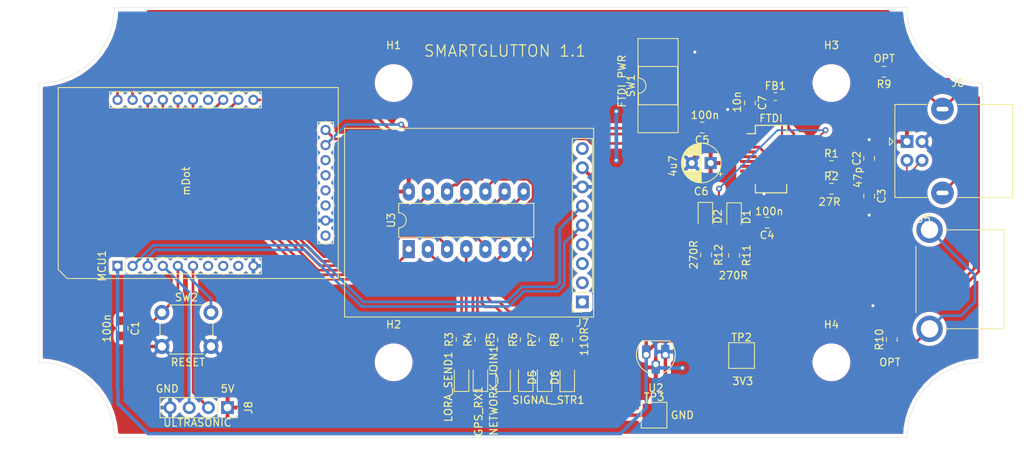
<source format=kicad_pcb>
(kicad_pcb (version 20171130) (host pcbnew "(5.1.0)-1")
  (title_block (title "SmartGlutton mDot breakout PCB") (date 2019-07-09) (rev 1.0))
  (layers (0 F.Cu signal) (31 B.Cu signal) (34 B.Paste user) (35 F.Paste user) (36 B.SilkS user) (37 F.SilkS user) (38 B.Mask user) (39 F.Mask user) (44 Edge.Cuts user))
  (net 0 "")
  (net 1 GND)
  (net 2 NRST)
  (net 3 D-)
  (net 4 D+)
  (net 5 "Net-(C4-Pad1)")
  (net 6 "Net-(D5-Pad2)")
  (net 7 "Net-(D6-Pad2)")
  (net 8 LED1)
  (net 9 LED2)
  (net 10 LED3)
  (net 11 LED4)
  (net 12 LED5)
  (net 13 LED6)
  (net 14 /mDot->GPS)
  (net 15 +3V3)
  (net 16 +5V)
  (net 17 "Net-(J6-Pad5)")
  (net 18 "Net-(J7-Pad9)")
  (net 19 "Net-(J7-Pad4)")
  (net 20 "Net-(J7-Pad3)")
  (net 21 "Net-(J7-Pad2)")
  (net 22 "Net-(J7-Pad1)")
  (net 23 "Net-(R3-Pad2)")
  (net 24 "Net-(R4-Pad2)")
  (net 25 "Net-(R5-Pad2)")
  (net 26 "Net-(R6-Pad2)")
  (net 27 "Net-(R7-Pad2)")
  (net 28 "Net-(R8-Pad2)")
  (net 29 /USBD-)
  (net 30 /USBD+)
  (net 31 "Net-(GPS_RX1-Pad2)")
  (net 32 "Net-(LORA_SEND1-Pad2)")
  (net 33 "Net-(NETWORK_JOIN1-Pad2)")
  (net 34 "Net-(R6-Pad1)")
  (net 35 "Net-(J5-Pad5)")
  (net 36 "Net-(C7-Pad1)")
  (net 37 "Net-(D1-Pad2)")
  (net 38 "Net-(D1-Pad1)")
  (net 39 "Net-(D2-Pad2)")
  (net 40 "Net-(D2-Pad1)")
  (net 41 "Net-(FB1-Pad2)")
  (net 42 "Net-(J5-Pad2)")
  (net 43 "Net-(J5-Pad3)")
  (net 44 "Net-(J7-Pad5)")
  (net 45 "Net-(J8-Pad3)")
  (net 46 "Net-(J8-Pad2)")
  (net 47 "Net-(MCU1-Pad31)")
  (net 48 "Net-(MCU1-Pad27)")
  (net 49 "Net-(MCU1-Pad26)")
  (net 50 "Net-(MCU1-Pad30)")
  (net 51 "Net-(MCU1-Pad28)")
  (net 52 "Net-(MCU1-Pad29)")
  (net 53 "Net-(MCU1-Pad24)")
  (net 54 PA_7)
  (net 55 "Net-(MCU1-Pad7)")
  (net 56 "Net-(MCU1-Pad9)")
  (net 57 "Net-(U1-Pad19)")
  (net 58 "Net-(U1-Pad18)")
  (net 59 "Net-(U1-Pad9)")
  (net 60 "Net-(U1-Pad8)")
  (net 61 "Net-(U1-Pad7)")
  (net 62 "Net-(U1-Pad5)")
  (net 63 "Net-(U1-Pad2)")
  (net 64 "Net-(U1-Pad1)")
  (module SmartGluttonV1:USB_B_Molex_USB-67068-xx1x_StraightTab_Horizontal (layer F.Cu) (at 195 55.754)
    (fp_text reference J6 (at 6.76 -7.77) (layer F.SilkS))
    (fp_text value USB_B)
    (pad 1 thru_hole rect (at 0 0) (size 1.7 1.7) (drill 0.92) (layers *.Cu *.Mask) (net 16 +5V))
    (pad 2 thru_hole circle (at 0 2.5) (size 1.7 1.7) (drill 0.92) (layers *.Cu *.Mask) (net 3 D-))
    (pad 3 thru_hole circle (at 2 2.5) (size 1.7 1.7) (drill 0.92) (layers *.Cu *.Mask) (net 4 D+))
    (pad 4 thru_hole circle (at 2 0) (size 1.7 1.7) (drill 0.92) (layers *.Cu *.Mask) (net 1 GND))
    (pad 5 thru_hole circle (at 4.71 -4.3) (size 3 3) (drill oval 1.6 0.6) (layers *.Cu *.Mask) (net 17 "Net-(J6-Pad5)"))
    (pad 5 thru_hole circle (at 4.71 6.8) (size 3 3) (drill oval 1.6 0.6) (layers *.Cu *.Mask) (net 17 "Net-(J6-Pad5)"))
  )
  (module Capacitor_SMD:C_0805_2012Metric_Pad1.15x1.40mm_HandSolder (layer F.Cu) (at 190 62.975 270)
    (fp_text reference C3 (at 0 -1.65 270) (layer F.SilkS))
    (fp_text value 47pF)
    (pad 1 smd roundrect (at -1.025 0 270) (size 1.15 1.4) (layers F.Cu F.Paste F.Mask) (roundrect_rratio 0.217391) (net 4 D+))
    (pad 2 smd roundrect (at 1.025 0 270) (size 1.15 1.4) (layers F.Cu F.Paste F.Mask) (roundrect_rratio 0.217391) (net 1 GND))
  )
  (module MountingHole:MountingHole_4mm (layer F.Cu) (at 185 85)
    (fp_text reference H4 (at 0 -5) (layer F.SilkS))
    (fp_text value MountingHole)
    (pad 1 np_thru_hole circle (at 0 0) (size 4 4) (drill 4) (layers *.Cu *.Mask))
  )
  (module MountingHole:MountingHole_4mm (layer F.Cu) (at 185 48)
    (fp_text reference H3 (at 0 -5) (layer F.SilkS))
    (fp_text value MountingHole)
    (pad 1 np_thru_hole circle (at 0 0) (size 4 4) (drill 4) (layers *.Cu *.Mask))
  )
  (module MountingHole:MountingHole_4mm (layer F.Cu) (at 127 85)
    (fp_text reference H2 (at 0 -5) (layer F.SilkS))
    (fp_text value MountingHole)
    (pad 1 np_thru_hole circle (at 0 0) (size 4 4) (drill 4) (layers *.Cu *.Mask))
  )
  (module MountingHole:MountingHole_4mm (layer F.Cu) (at 127 48)
    (fp_text reference H1 (at 0 -5) (layer F.SilkS))
    (fp_text value MountingHole)
    (pad 1 np_thru_hole circle (at 0 0) (size 4 4) (drill 4) (layers *.Cu *.Mask))
  )
  (module Package_DIP:DIP-14_W7.62mm_LongPads (layer F.Cu) (at 129 70 90)
    (fp_text reference U3 (at 3.81 -2.33 90) (layer F.SilkS))
    (fp_text value 74LS04)
    (pad 14 thru_hole oval (at 7.62 0 90) (size 2.4 1.6) (drill 0.8) (layers *.Cu *.Mask) (net 16 +5V))
    (pad 7 thru_hole oval (at 0 15.24 90) (size 2.4 1.6) (drill 0.8) (layers *.Cu *.Mask) (net 1 GND))
    (pad 13 thru_hole oval (at 7.62 2.54 90) (size 2.4 1.6) (drill 0.8) (layers *.Cu *.Mask) (net 13 LED6))
    (pad 6 thru_hole oval (at 0 12.7 90) (size 2.4 1.6) (drill 0.8) (layers *.Cu *.Mask) (net 25 "Net-(R5-Pad2)"))
    (pad 12 thru_hole oval (at 7.62 5.08 90) (size 2.4 1.6) (drill 0.8) (layers *.Cu *.Mask) (net 28 "Net-(R8-Pad2)"))
    (pad 5 thru_hole oval (at 0 10.16 90) (size 2.4 1.6) (drill 0.8) (layers *.Cu *.Mask) (net 10 LED3))
    (pad 11 thru_hole oval (at 7.62 7.62 90) (size 2.4 1.6) (drill 0.8) (layers *.Cu *.Mask) (net 12 LED5))
    (pad 4 thru_hole oval (at 0 7.62 90) (size 2.4 1.6) (drill 0.8) (layers *.Cu *.Mask) (net 24 "Net-(R4-Pad2)"))
    (pad 10 thru_hole oval (at 7.62 10.16 90) (size 2.4 1.6) (drill 0.8) (layers *.Cu *.Mask) (net 27 "Net-(R7-Pad2)"))
    (pad 3 thru_hole oval (at 0 5.08 90) (size 2.4 1.6) (drill 0.8) (layers *.Cu *.Mask) (net 9 LED2))
    (pad 9 thru_hole oval (at 7.62 12.7 90) (size 2.4 1.6) (drill 0.8) (layers *.Cu *.Mask) (net 11 LED4))
    (pad 2 thru_hole oval (at 0 2.54 90) (size 2.4 1.6) (drill 0.8) (layers *.Cu *.Mask) (net 23 "Net-(R3-Pad2)"))
    (pad 8 thru_hole oval (at 7.62 15.24 90) (size 2.4 1.6) (drill 0.8) (layers *.Cu *.Mask) (net 26 "Net-(R6-Pad2)"))
    (pad 1 thru_hole rect (at 0 0 90) (size 2.4 1.6) (drill 0.8) (layers *.Cu *.Mask) (net 8 LED1))
  )
  (module Package_TO_SOT_THT:TO-92_HandSolder (layer F.Cu) (at 163 84 180)
    (fp_text reference U2 (at 1.27 -4.4 180) (layer F.SilkS))
    (fp_text value MCP1700-3002E_TO92)
    (pad 1 thru_hole rect (at 0 0 180) (size 1.1 1.8) (drill 0.75 (offset 0 0.4)) (layers *.Cu *.Mask) (net 1 GND))
    (pad 3 thru_hole roundrect (at 2.54 0 180) (size 1.1 1.8) (drill 0.75 (offset 0 0.4)) (layers *.Cu *.Mask) (net 15 +3V3))
    (pad 2 thru_hole roundrect (at 1.27 -1.27 180) (size 1.1 1.8) (drill 0.75 (offset 0 -0.4)) (layers *.Cu *.Mask) (net 16 +5V))
  )
  (module SmartGluttonV1:SSOP-20_3.9x8.7mm_P0.635mm_HandSolder (layer F.Cu) (at 177 58.0775)
    (fp_text reference FTDI (at 0 -5.4) (layer F.SilkS))
    (fp_text value FT231XS)
    (pad 20 smd rect (at 3 -2.8575) (size 2.2 0.4) (layers F.Cu F.Paste F.Mask) (net 50 "Net-(MCU1-Pad30)"))
    (pad 19 smd rect (at 3 -2.2225) (size 2.2 0.4) (layers F.Cu F.Paste F.Mask) (net 57 "Net-(U1-Pad19)"))
    (pad 18 smd rect (at 3 -1.5875) (size 2.2 0.4) (layers F.Cu F.Paste F.Mask) (net 58 "Net-(U1-Pad18)"))
    (pad 17 smd rect (at 3 -0.9525) (size 2.2 0.4) (layers F.Cu F.Paste F.Mask) (net 40 "Net-(D2-Pad1)"))
    (pad 16 smd rect (at 3 -0.3175) (size 2.2 0.4) (layers F.Cu F.Paste F.Mask) (net 1 GND))
    (pad 15 smd rect (at 3 0.3175) (size 2.2 0.4) (layers F.Cu F.Paste F.Mask) (net 41 "Net-(FB1-Pad2)"))
    (pad 14 smd rect (at 3 0.9525) (size 2.2 0.4) (layers F.Cu F.Paste F.Mask) (net 5 "Net-(C4-Pad1)"))
    (pad 13 smd rect (at 3 1.5875) (size 2.2 0.4) (layers F.Cu F.Paste F.Mask) (net 5 "Net-(C4-Pad1)"))
    (pad 12 smd rect (at 3 2.2225) (size 2.2 0.4) (layers F.Cu F.Paste F.Mask) (net 29 /USBD-))
    (pad 11 smd rect (at 3 2.8575) (size 2.2 0.4) (layers F.Cu F.Paste F.Mask) (net 30 /USBD+))
    (pad 10 smd rect (at -3 2.8575) (size 2.2 0.4) (layers F.Cu F.Paste F.Mask) (net 38 "Net-(D1-Pad1)"))
    (pad 9 smd rect (at -3 2.2225) (size 2.2 0.4) (layers F.Cu F.Paste F.Mask) (net 59 "Net-(U1-Pad9)"))
    (pad 8 smd rect (at -3 1.5875) (size 2.2 0.4) (layers F.Cu F.Paste F.Mask) (net 60 "Net-(U1-Pad8)"))
    (pad 7 smd rect (at -3 0.9525) (size 2.2 0.4) (layers F.Cu F.Paste F.Mask) (net 61 "Net-(U1-Pad7)"))
    (pad 6 smd rect (at -3 0.3175) (size 2.2 0.4) (layers F.Cu F.Paste F.Mask) (net 1 GND))
    (pad 5 smd rect (at -3 -0.3175) (size 2.2 0.4) (layers F.Cu F.Paste F.Mask) (net 62 "Net-(U1-Pad5)"))
    (pad 4 smd rect (at -3 -0.9525) (size 2.2 0.4) (layers F.Cu F.Paste F.Mask) (net 47 "Net-(MCU1-Pad31)"))
    (pad 3 smd rect (at -3 -1.5875) (size 2.2 0.4) (layers F.Cu F.Paste F.Mask) (net 5 "Net-(C4-Pad1)"))
    (pad 2 smd rect (at -3 -2.2225) (size 2.2 0.4) (layers F.Cu F.Paste F.Mask) (net 63 "Net-(U1-Pad2)"))
    (pad 1 smd rect (at -3 -2.8575) (size 2.2 0.4) (layers F.Cu F.Paste F.Mask) (net 64 "Net-(U1-Pad1)"))
  )
  (module TestPoint:TestPoint_Pad_3.0x3.0mm (layer F.Cu) (at 161.5 92)
    (fp_text reference TP3 (at 0 -2.398) (layer F.SilkS))
    (fp_text value TestPoint)
    (pad 1 smd rect (at 0 0) (size 3 3) (layers F.Cu F.Mask) (net 1 GND))
  )
  (module TestPoint:TestPoint_Pad_3.0x3.0mm (layer F.Cu) (at 173.1 84.1)
    (fp_text reference TP2 (at 0 -2.398) (layer F.SilkS))
    (fp_text value TestPoint)
    (pad 1 smd rect (at 0 0) (size 3 3) (layers F.Cu F.Mask) (net 15 +3V3))
  )
  (module Button_Switch_THT:SW_PUSH_6mm (layer F.Cu) (at 96.3 78.4)
    (fp_text reference SW2 (at 3.25 -2) (layer F.SilkS))
    (fp_text value Reset)
    (pad 1 thru_hole circle (at 6.5 0 90) (size 2 2) (drill 1.1) (layers *.Cu *.Mask) (net 2 NRST))
    (pad 2 thru_hole circle (at 6.5 4.5 90) (size 2 2) (drill 1.1) (layers *.Cu *.Mask) (net 1 GND))
    (pad 1 thru_hole circle (at 0 0 90) (size 2 2) (drill 1.1) (layers *.Cu *.Mask) (net 2 NRST))
    (pad 2 thru_hole circle (at 0 4.5 90) (size 2 2) (drill 1.1) (layers *.Cu *.Mask) (net 1 GND))
  )
  (module Package_DIP:DIP-4_W8.89mm_SMDSocket_LongPads (layer F.Cu) (at 162.03 48.345 90)
    (fp_text reference SW1 (at 0 -3.6 90) (layer F.SilkS))
    (fp_text value SW_DIP_x02)
    (pad 4 smd rect (at 4.445 -1.27 90) (size 3.1 1.6) (layers F.Cu F.Paste F.Mask) (net 16 +5V))
    (pad 2 smd rect (at -4.445 1.27 90) (size 3.1 1.6) (layers F.Cu F.Paste F.Mask) (net 54 PA_7))
    (pad 3 smd rect (at 4.445 1.27 90) (size 3.1 1.6) (layers F.Cu F.Paste F.Mask) (net 1 GND))
    (pad 1 smd rect (at -4.445 -1.27 90) (size 3.1 1.6) (layers F.Cu F.Paste F.Mask) (net 36 "Net-(C7-Pad1)"))
  )
  (module LED_SMD:LED_0805_2012Metric_Pad1.15x1.40mm_HandSolder (layer F.Cu) (at 144.5 87 90)
    (fp_text reference SIGNAL_STR1 (at -3 3 180) (layer F.SilkS))
    (fp_text value LED)
    (pad 2 smd roundrect (at 1.025 0 90) (size 1.15 1.4) (layers F.Cu F.Paste F.Mask) (roundrect_rratio 0.217391) (net 34 "Net-(R6-Pad1)"))
    (pad 1 smd roundrect (at -1.025 0 90) (size 1.15 1.4) (layers F.Cu F.Paste F.Mask) (roundrect_rratio 0.217391) (net 1 GND))
  )
  (module Resistor_SMD:R_0805_2012Metric_Pad1.15x1.40mm_HandSolder (layer F.Cu) (at 168.4 70.775 270)
    (fp_text reference R12 (at 0 -1.65 270) (layer F.SilkS))
    (fp_text value 270R)
    (pad 2 smd roundrect (at 1.025 0 270) (size 1.15 1.4) (layers F.Cu F.Paste F.Mask) (roundrect_rratio 0.217391) (net 16 +5V))
    (pad 1 smd roundrect (at -1.025 0 270) (size 1.15 1.4) (layers F.Cu F.Paste F.Mask) (roundrect_rratio 0.217391) (net 39 "Net-(D2-Pad2)"))
  )
  (module Resistor_SMD:R_0805_2012Metric_Pad1.15x1.40mm_HandSolder (layer F.Cu) (at 172.1 70.825 270)
    (fp_text reference R11 (at 0 -1.65 270) (layer F.SilkS))
    (fp_text value 270R)
    (pad 1 smd roundrect (at -1.025 0 270) (size 1.15 1.4) (layers F.Cu F.Paste F.Mask) (roundrect_rratio 0.217391) (net 37 "Net-(D1-Pad2)"))
    (pad 2 smd roundrect (at 1.025 0 270) (size 1.15 1.4) (layers F.Cu F.Paste F.Mask) (roundrect_rratio 0.217391) (net 16 +5V))
  )
  (module Resistor_SMD:R_0805_2012Metric_Pad1.15x1.40mm_HandSolder (layer F.Cu) (at 193 81.975 90)
    (fp_text reference R10 (at 0 -1.65 90) (layer F.SilkS))
    (fp_text value "0R OPT")
    (pad 2 smd roundrect (at 1.025 0 90) (size 1.15 1.4) (layers F.Cu F.Paste F.Mask) (roundrect_rratio 0.217391) (net 1 GND))
    (pad 1 smd roundrect (at -1.025 0 90) (size 1.15 1.4) (layers F.Cu F.Paste F.Mask) (roundrect_rratio 0.217391) (net 35 "Net-(J5-Pad5)"))
  )
  (module Resistor_SMD:R_0805_2012Metric_Pad1.15x1.40mm_HandSolder (layer F.Cu) (at 191.975 46.5 180)
    (fp_text reference R9 (at 0 -1.65 180) (layer F.SilkS))
    (fp_text value "0R OPT")
    (pad 2 smd roundrect (at 1.025 0 180) (size 1.15 1.4) (layers F.Cu F.Paste F.Mask) (roundrect_rratio 0.217391) (net 1 GND))
    (pad 1 smd roundrect (at -1.025 0 180) (size 1.15 1.4) (layers F.Cu F.Paste F.Mask) (roundrect_rratio 0.217391) (net 17 "Net-(J6-Pad5)"))
  )
  (module Resistor_SMD:R_0805_2012Metric_Pad1.15x1.40mm_HandSolder (layer F.Cu) (at 150 82.025 90)
    (fp_text reference R8 (at 0 -1.65 90) (layer F.SilkS))
    (fp_text value 110)
    (pad 2 smd roundrect (at 1.025 0 90) (size 1.15 1.4) (layers F.Cu F.Paste F.Mask) (roundrect_rratio 0.217391) (net 28 "Net-(R8-Pad2)"))
    (pad 1 smd roundrect (at -1.025 0 90) (size 1.15 1.4) (layers F.Cu F.Paste F.Mask) (roundrect_rratio 0.217391) (net 7 "Net-(D6-Pad2)"))
  )
  (module Resistor_SMD:R_0805_2012Metric_Pad1.15x1.40mm_HandSolder (layer F.Cu) (at 147 82 90)
    (fp_text reference R7 (at 0 -1.65 90) (layer F.SilkS))
    (fp_text value 110)
    (pad 2 smd roundrect (at 1.025 0 90) (size 1.15 1.4) (layers F.Cu F.Paste F.Mask) (roundrect_rratio 0.217391) (net 27 "Net-(R7-Pad2)"))
    (pad 1 smd roundrect (at -1.025 0 90) (size 1.15 1.4) (layers F.Cu F.Paste F.Mask) (roundrect_rratio 0.217391) (net 6 "Net-(D5-Pad2)"))
  )
  (module Resistor_SMD:R_0805_2012Metric_Pad1.15x1.40mm_HandSolder (layer F.Cu) (at 144.5 82 90)
    (fp_text reference R6 (at 0 -1.65 90) (layer F.SilkS))
    (fp_text value 110)
    (pad 2 smd roundrect (at 1.025 0 90) (size 1.15 1.4) (layers F.Cu F.Paste F.Mask) (roundrect_rratio 0.217391) (net 26 "Net-(R6-Pad2)"))
    (pad 1 smd roundrect (at -1.025 0 90) (size 1.15 1.4) (layers F.Cu F.Paste F.Mask) (roundrect_rratio 0.217391) (net 34 "Net-(R6-Pad1)"))
  )
  (module Resistor_SMD:R_0805_2012Metric_Pad1.15x1.40mm_HandSolder (layer F.Cu) (at 141.5 82 90)
    (fp_text reference R5 (at 0 -1.65 90) (layer F.SilkS))
    (fp_text value 110)
    (pad 2 smd roundrect (at 1.025 0 90) (size 1.15 1.4) (layers F.Cu F.Paste F.Mask) (roundrect_rratio 0.217391) (net 25 "Net-(R5-Pad2)"))
    (pad 1 smd roundrect (at -1.025 0 90) (size 1.15 1.4) (layers F.Cu F.Paste F.Mask) (roundrect_rratio 0.217391) (net 33 "Net-(NETWORK_JOIN1-Pad2)"))
  )
  (module Resistor_SMD:R_0805_2012Metric_Pad1.15x1.40mm_HandSolder (layer F.Cu) (at 138.5 81.975 90)
    (fp_text reference R4 (at 0 -1.65 90) (layer F.SilkS))
    (fp_text value 110)
    (pad 2 smd roundrect (at 1.025 0 90) (size 1.15 1.4) (layers F.Cu F.Paste F.Mask) (roundrect_rratio 0.217391) (net 24 "Net-(R4-Pad2)"))
    (pad 1 smd roundrect (at -1.025 0 90) (size 1.15 1.4) (layers F.Cu F.Paste F.Mask) (roundrect_rratio 0.217391) (net 31 "Net-(GPS_RX1-Pad2)"))
  )
  (module Resistor_SMD:R_0805_2012Metric_Pad1.15x1.40mm_HandSolder (layer F.Cu) (at 136 81.975 90)
    (fp_text reference R3 (at 0 -1.65 90) (layer F.SilkS))
    (fp_text value 110)
    (pad 2 smd roundrect (at 1.025 0 90) (size 1.15 1.4) (layers F.Cu F.Paste F.Mask) (roundrect_rratio 0.217391) (net 23 "Net-(R3-Pad2)"))
    (pad 1 smd roundrect (at -1.025 0 90) (size 1.15 1.4) (layers F.Cu F.Paste F.Mask) (roundrect_rratio 0.217391) (net 32 "Net-(LORA_SEND1-Pad2)"))
  )
  (module Resistor_SMD:R_0805_2012Metric_Pad1.15x1.40mm_HandSolder (layer F.Cu) (at 185 62)
    (fp_text reference R2 (at 0 -1.65) (layer F.SilkS))
    (fp_text value 27)
    (pad 2 smd roundrect (at 1.025 0) (size 1.15 1.4) (layers F.Cu F.Paste F.Mask) (roundrect_rratio 0.217391) (net 4 D+))
    (pad 1 smd roundrect (at -1.025 0) (size 1.15 1.4) (layers F.Cu F.Paste F.Mask) (roundrect_rratio 0.217391) (net 30 /USBD+))
  )
  (module Resistor_SMD:R_0805_2012Metric_Pad1.15x1.40mm_HandSolder (layer F.Cu) (at 185 59)
    (fp_text reference R1 (at 0 -1.65) (layer F.SilkS))
    (fp_text value 27)
    (pad 2 smd roundrect (at 1.025 0) (size 1.15 1.4) (layers F.Cu F.Paste F.Mask) (roundrect_rratio 0.217391) (net 3 D-))
    (pad 1 smd roundrect (at -1.025 0) (size 1.15 1.4) (layers F.Cu F.Paste F.Mask) (roundrect_rratio 0.217391) (net 29 /USBD-))
  )
  (module LED_SMD:LED_0805_2012Metric_Pad1.15x1.40mm_HandSolder (layer F.Cu) (at 141.5 87 90)
    (fp_text reference NETWORK_JOIN1 (at -1.75 -1.25 90) (layer F.SilkS))
    (fp_text value LED)
    (pad 2 smd roundrect (at 1.025 0 90) (size 1.15 1.4) (layers F.Cu F.Paste F.Mask) (roundrect_rratio 0.217391) (net 33 "Net-(NETWORK_JOIN1-Pad2)"))
    (pad 1 smd roundrect (at -1.025 0 90) (size 1.15 1.4) (layers F.Cu F.Paste F.Mask) (roundrect_rratio 0.217391) (net 1 GND))
  )
  (module SmartGluttonV1:mdot (layer F.Cu) (at 119.76 74 90)
    (fp_text reference MCU1 (at 1.77 -31.4 90) (layer F.SilkS))
    (fp_text value mDot)
    (pad 10 thru_hole oval (at 1.77 -11.34 90) (size 1.35 1.35) (drill 0.8) (layers *.Cu *.Mask) (net 1 GND))
    (pad 9 thru_hole oval (at 1.77 -13.34 90) (size 1.35 1.35) (drill 0.8) (layers *.Cu *.Mask) (net 56 "Net-(MCU1-Pad9)"))
    (pad 8 thru_hole oval (at 1.77 -15.34 90) (size 1.35 1.35) (drill 0.8) (layers *.Cu *.Mask))
    (pad 7 thru_hole oval (at 1.77 -17.34 90) (size 1.35 1.35) (drill 0.8) (layers *.Cu *.Mask) (net 55 "Net-(MCU1-Pad7)"))
    (pad 6 thru_hole oval (at 1.77 -19.34 90) (size 1.35 1.35) (drill 0.8) (layers *.Cu *.Mask) (net 46 "Net-(J8-Pad2)"))
    (pad 5 thru_hole oval (at 1.77 -21.34 90) (size 1.35 1.35) (drill 0.8) (layers *.Cu *.Mask) (net 2 NRST))
    (pad 4 thru_hole oval (at 1.77 -23.34 90) (size 1.35 1.35) (drill 0.8) (layers *.Cu *.Mask) (net 45 "Net-(J8-Pad3)"))
    (pad 3 thru_hole oval (at 1.77 -25.34 90) (size 1.35 1.35) (drill 0.8) (layers *.Cu *.Mask) (net 44 "Net-(J7-Pad5)"))
    (pad 2 thru_hole oval (at 1.77 -27.34 90) (size 1.35 1.35) (drill 0.8) (layers *.Cu *.Mask) (net 14 /mDot->GPS))
    (pad 1 thru_hole rect (at 1.77 -29.34 90) (size 1.35 1.35) (drill 0.8) (layers *.Cu *.Mask) (net 15 +3V3))
    (pad 13 thru_hole oval (at 23.77 -15.34 90) (size 1.35 1.35) (drill 0.8) (layers *.Cu *.Mask) (net 12 LED5))
    (pad 17 thru_hole oval (at 23.77 -23.34 90) (size 1.35 1.35) (drill 0.8) (layers *.Cu *.Mask) (net 9 LED2))
    (pad 14 thru_hole oval (at 23.77 -17.34 90) (size 1.35 1.35) (drill 0.8) (layers *.Cu *.Mask))
    (pad 11 thru_hole oval (at 23.77 -11.34 90) (size 1.35 1.35) (drill 0.8) (layers *.Cu *.Mask) (net 54 PA_7))
    (pad 19 thru_hole oval (at 23.77 -27.34 90) (size 1.35 1.35) (drill 0.8) (layers *.Cu *.Mask) (net 42 "Net-(J5-Pad2)"))
    (pad 12 thru_hole oval (at 23.77 -13.34 90) (size 1.35 1.35) (drill 0.8) (layers *.Cu *.Mask) (net 13 LED6))
    (pad 18 thru_hole oval (at 23.77 -25.34 90) (size 1.35 1.35) (drill 0.8) (layers *.Cu *.Mask) (net 8 LED1))
    (pad 20 thru_hole circle (at 23.77 -29.34 90) (size 1.35 1.35) (drill 0.8) (layers *.Cu *.Mask) (net 43 "Net-(J5-Pad3)"))
    (pad 16 thru_hole oval (at 23.77 -21.34 90) (size 1.35 1.35) (drill 0.8) (layers *.Cu *.Mask) (net 10 LED3))
    (pad 15 thru_hole oval (at 23.77 -19.34 90) (size 1.35 1.35) (drill 0.8) (layers *.Cu *.Mask) (net 11 LED4))
    (pad 24 thru_hole circle (at 5.78 -1.78 180) (size 1.35 1.35) (drill 0.8) (layers *.Cu *.Mask) (net 53 "Net-(MCU1-Pad24)"))
    (pad 29 thru_hole oval (at 15.78 -1.78 180) (size 1.35 1.35) (drill 0.8) (layers *.Cu *.Mask) (net 52 "Net-(MCU1-Pad29)"))
    (pad 28 thru_hole oval (at 13.78 -1.78 180) (size 1.35 1.35) (drill 0.8) (layers *.Cu *.Mask) (net 51 "Net-(MCU1-Pad28)"))
    (pad 30 thru_hole oval (at 17.78 -1.78 180) (size 1.35 1.35) (drill 0.8) (layers *.Cu *.Mask) (net 50 "Net-(MCU1-Pad30)"))
    (pad 26 thru_hole oval (at 9.78 -1.78 180) (size 1.35 1.35) (drill 0.8) (layers *.Cu *.Mask) (net 49 "Net-(MCU1-Pad26)"))
    (pad 25 thru_hole oval (at 7.78 -1.78 180) (size 1.35 1.35) (drill 0.8) (layers *.Cu *.Mask) (net 1 GND))
    (pad 27 thru_hole oval (at 11.78 -1.78 180) (size 1.35 1.35) (drill 0.8) (layers *.Cu *.Mask) (net 48 "Net-(MCU1-Pad27)"))
    (pad 31 thru_hole oval (at 19.78 -1.78 180) (size 1.35 1.35) (drill 0.8) (layers *.Cu *.Mask) (net 47 "Net-(MCU1-Pad31)"))
  )
  (module LED_SMD:LED_0805_2012Metric_Pad1.15x1.40mm_HandSolder (layer F.Cu) (at 136 87 90)
    (fp_text reference LORA_SEND1 (at -1.25 -1.75 90) (layer F.SilkS))
    (fp_text value LED)
    (pad 2 smd roundrect (at 1.025 0 90) (size 1.15 1.4) (layers F.Cu F.Paste F.Mask) (roundrect_rratio 0.217391) (net 32 "Net-(LORA_SEND1-Pad2)"))
    (pad 1 smd roundrect (at -1.025 0 90) (size 1.15 1.4) (layers F.Cu F.Paste F.Mask) (roundrect_rratio 0.217391) (net 1 GND))
  )
  (module Connector_PinSocket_2.54mm:PinSocket_1x04_P2.54mm_Vertical (layer F.Cu) (at 105 91 270)
    (fp_text reference J8 (at 0 -2.77 270) (layer F.SilkS))
    (fp_text value "Ultrasonic Conn")
    (pad 4 thru_hole oval (at 0 7.62 270) (size 1.7 1.7) (drill 1) (layers *.Cu *.Mask) (net 1 GND))
    (pad 3 thru_hole oval (at 0 5.08 270) (size 1.7 1.7) (drill 1) (layers *.Cu *.Mask) (net 45 "Net-(J8-Pad3)"))
    (pad 2 thru_hole oval (at 0 2.54 270) (size 1.7 1.7) (drill 1) (layers *.Cu *.Mask) (net 46 "Net-(J8-Pad2)"))
    (pad 1 thru_hole rect (at 0 0 270) (size 1.7 1.7) (drill 1) (layers *.Cu *.Mask) (net 16 +5V))
  )
  (module SmartGluttonV1:Adafruit_GPS_Breakout (layer F.Cu) (at 152 77 180)
    (fp_text reference J7 (at 0 -2.77 180) (layer F.SilkS))
    (fp_text value "GPS Connector")
    (pad 9 thru_hole oval (at 0 20.32 180) (size 1.7 1.7) (drill 1) (layers *.Cu *.Mask) (net 18 "Net-(J7-Pad9)"))
    (pad 8 thru_hole oval (at 0 17.78 180) (size 1.7 1.7) (drill 1) (layers *.Cu *.Mask) (net 15 +3V3))
    (pad 7 thru_hole oval (at 0 15.24 180) (size 1.7 1.7) (drill 1) (layers *.Cu *.Mask) (net 1 GND))
    (pad 6 thru_hole oval (at 0 12.7 180) (size 1.7 1.7) (drill 1) (layers *.Cu *.Mask) (net 14 /mDot->GPS))
    (pad 5 thru_hole oval (at 0 10.16 180) (size 1.7 1.7) (drill 1) (layers *.Cu *.Mask) (net 44 "Net-(J7-Pad5)"))
    (pad 4 thru_hole oval (at 0 7.62 180) (size 1.7 1.7) (drill 1) (layers *.Cu *.Mask) (net 19 "Net-(J7-Pad4)"))
    (pad 3 thru_hole oval (at 0 5.08 180) (size 1.7 1.7) (drill 1) (layers *.Cu *.Mask) (net 20 "Net-(J7-Pad3)"))
    (pad 2 thru_hole oval (at 0 2.54 180) (size 1.7 1.7) (drill 1) (layers *.Cu *.Mask) (net 21 "Net-(J7-Pad2)"))
    (pad 1 thru_hole rect (at 0 0 180) (size 1.7 1.7) (drill 1) (layers *.Cu *.Mask) (net 22 "Net-(J7-Pad1)"))
  )
  (module SmartGluttonV1:USB_A_FCI_87583_Horizontal (layer F.Cu) (at 195.86 74)
    (fp_text reference J5 (at 1.45 -8) (layer F.SilkS))
    (fp_text value USB_A)
    (pad 2 smd rect (at -1.5 -1) (size 3 1.12) (layers F.Cu F.Paste F.Mask) (net 42 "Net-(J5-Pad2)"))
    (pad 3 smd rect (at -1.5 1) (size 3 1.12) (layers F.Cu F.Paste F.Mask) (net 43 "Net-(J5-Pad3)"))
    (pad 1 smd rect (at -1.5 -3.5) (size 3 1.12) (layers F.Cu F.Paste F.Mask) (net 16 +5V))
    (pad 4 smd rect (at -1.5 3.5) (size 3 1.1) (layers F.Cu F.Paste F.Mask) (net 1 GND))
    (pad 5 thru_hole circle (at 2.14 -6.57) (size 3.5 3.5) (drill 2.3) (layers *.Cu *.Mask) (net 35 "Net-(J5-Pad5)"))
    (pad 5 thru_hole circle (at 2.14 6.57) (size 3.5 3.5) (drill 2.3) (layers *.Cu *.Mask) (net 35 "Net-(J5-Pad5)"))
  )
  (module LED_SMD:LED_0805_2012Metric_Pad1.15x1.40mm_HandSolder (layer F.Cu) (at 138.5 87 90)
    (fp_text reference GPS_RX1 (at -4.5 -0.25 90) (layer F.SilkS))
    (fp_text value LED)
    (pad 2 smd roundrect (at 1.025 0 90) (size 1.15 1.4) (layers F.Cu F.Paste F.Mask) (roundrect_rratio 0.217391) (net 31 "Net-(GPS_RX1-Pad2)"))
    (pad 1 smd roundrect (at -1.025 0 90) (size 1.15 1.4) (layers F.Cu F.Paste F.Mask) (roundrect_rratio 0.217391) (net 1 GND))
  )
  (module Inductor_SMD:L_0603_1608Metric_Pad1.05x0.95mm_HandSolder (layer F.Cu) (at 177.575 49.8)
    (fp_text reference FB1 (at 0 -1.43) (layer F.SilkS))
    (fp_text value 47@100MHz)
    (pad 2 smd roundrect (at 0.875 0) (size 1.05 0.95) (layers F.Cu F.Paste F.Mask) (net 41 "Net-(FB1-Pad2)"))
    (pad 1 smd roundrect (at -0.875 0) (size 1.05 0.95) (layers F.Cu F.Paste F.Mask) (net 36 "Net-(C7-Pad1)"))
  )
  (module LED_SMD:LED_0805_2012Metric_Pad1.15x1.40mm_HandSolder (layer F.Cu) (at 150 87.025 90)
    (fp_text reference D6 (at 0 -1.65 90) (layer F.SilkS))
    (fp_text value LED)
    (pad 2 smd roundrect (at 1.025 0 90) (size 1.15 1.4) (layers F.Cu F.Paste F.Mask) (roundrect_rratio 0.217391) (net 7 "Net-(D6-Pad2)"))
    (pad 1 smd roundrect (at -1.025 0 90) (size 1.15 1.4) (layers F.Cu F.Paste F.Mask) (roundrect_rratio 0.217391) (net 1 GND))
  )
  (module LED_SMD:LED_0805_2012Metric_Pad1.15x1.40mm_HandSolder (layer F.Cu) (at 147 87 90)
    (fp_text reference D5 (at 0 -1.65 90) (layer F.SilkS))
    (fp_text value LED)
    (pad 2 smd roundrect (at 1.025 0 90) (size 1.15 1.4) (layers F.Cu F.Paste F.Mask) (roundrect_rratio 0.217391) (net 6 "Net-(D5-Pad2)"))
    (pad 1 smd roundrect (at -1.025 0 90) (size 1.15 1.4) (layers F.Cu F.Paste F.Mask) (roundrect_rratio 0.217391) (net 1 GND))
  )
  (module LED_SMD:LED_0805_2012Metric_Pad1.15x1.40mm_HandSolder (layer F.Cu) (at 168.3 65.675 270)
    (fp_text reference D2 (at 0 -1.65 270) (layer F.SilkS))
    (fp_text value LED)
    (pad 2 smd roundrect (at 1.025 0 270) (size 1.15 1.4) (layers F.Cu F.Paste F.Mask) (roundrect_rratio 0.217391) (net 39 "Net-(D2-Pad2)"))
    (pad 1 smd roundrect (at -1.025 0 270) (size 1.15 1.4) (layers F.Cu F.Paste F.Mask) (roundrect_rratio 0.217391) (net 40 "Net-(D2-Pad1)"))
  )
  (module LED_SMD:LED_0805_2012Metric_Pad1.15x1.40mm_HandSolder (layer F.Cu) (at 172.1 65.725 270)
    (fp_text reference D1 (at 0 -1.65 270) (layer F.SilkS))
    (fp_text value LED)
    (pad 2 smd roundrect (at 1.025 0 270) (size 1.15 1.4) (layers F.Cu F.Paste F.Mask) (roundrect_rratio 0.217391) (net 37 "Net-(D1-Pad2)"))
    (pad 1 smd roundrect (at -1.025 0 270) (size 1.15 1.4) (layers F.Cu F.Paste F.Mask) (roundrect_rratio 0.217391) (net 38 "Net-(D1-Pad1)"))
  )
  (module Capacitor_SMD:C_0805_2012Metric_Pad1.15x1.40mm_HandSolder (layer F.Cu) (at 174.2 50.625 270)
    (fp_text reference C7 (at 0 -1.65 270) (layer F.SilkS))
    (fp_text value 10n)
    (pad 2 smd roundrect (at 1.025 0 270) (size 1.15 1.4) (layers F.Cu F.Paste F.Mask) (roundrect_rratio 0.217391) (net 1 GND))
    (pad 1 smd roundrect (at -1.025 0 270) (size 1.15 1.4) (layers F.Cu F.Paste F.Mask) (roundrect_rratio 0.217391) (net 36 "Net-(C7-Pad1)"))
  )
  (module Capacitor_THT:CP_Radial_D5.0mm_P2.50mm (layer F.Cu) (at 169 58.6 180)
    (fp_text reference C6 (at 1.25 -3.75 180) (layer F.SilkS))
    (fp_text value 4.7uF)
    (pad 2 thru_hole circle (at 2.5 0 180) (size 1.6 1.6) (drill 0.8) (layers *.Cu *.Mask) (net 1 GND))
    (pad 1 thru_hole rect (at 0 0 180) (size 1.6 1.6) (drill 0.8) (layers *.Cu *.Mask) (net 16 +5V))
  )
  (module Capacitor_SMD:C_0805_2012Metric_Pad1.15x1.40mm_HandSolder (layer F.Cu) (at 167.875 53.9 180)
    (fp_text reference C5 (at 0 -1.65 180) (layer F.SilkS))
    (fp_text value 100nF)
    (pad 2 smd roundrect (at 1.025 0 180) (size 1.15 1.4) (layers F.Cu F.Paste F.Mask) (roundrect_rratio 0.217391) (net 1 GND))
    (pad 1 smd roundrect (at -1.025 0 180) (size 1.15 1.4) (layers F.Cu F.Paste F.Mask) (roundrect_rratio 0.217391) (net 16 +5V))
  )
  (module Capacitor_SMD:C_0805_2012Metric_Pad1.15x1.40mm_HandSolder (layer F.Cu) (at 176.475 66.5 180)
    (fp_text reference C4 (at 0 -1.65 180) (layer F.SilkS))
    (fp_text value 100nF)
    (pad 2 smd roundrect (at 1.025 0 180) (size 1.15 1.4) (layers F.Cu F.Paste F.Mask) (roundrect_rratio 0.217391) (net 1 GND))
    (pad 1 smd roundrect (at -1.025 0 180) (size 1.15 1.4) (layers F.Cu F.Paste F.Mask) (roundrect_rratio 0.217391) (net 5 "Net-(C4-Pad1)"))
  )
  (module Capacitor_SMD:C_0805_2012Metric_Pad1.15x1.40mm_HandSolder (layer F.Cu) (at 190 57.975 90)
    (fp_text reference C2 (at 0 -1.65 90) (layer F.SilkS))
    (fp_text value 47pF)
    (pad 2 smd roundrect (at 1.025 0 90) (size 1.15 1.4) (layers F.Cu F.Paste F.Mask) (roundrect_rratio 0.217391) (net 1 GND))
    (pad 1 smd roundrect (at -1.025 0 90) (size 1.15 1.4) (layers F.Cu F.Paste F.Mask) (roundrect_rratio 0.217391) (net 3 D-))
  )
  (module Capacitor_SMD:C_0805_2012Metric_Pad1.15x1.40mm_HandSolder (layer F.Cu) (at 91.1 80.5 270)
    (fp_text reference C1 (at 0 -1.65 270) (layer F.SilkS))
    (fp_text value 100nF)
    (pad 2 smd roundrect (at 1.025 0 270) (size 1.15 1.4) (layers F.Cu F.Paste F.Mask) (roundrect_rratio 0.217391) (net 1 GND))
    (pad 1 smd roundrect (at -1.025 0 270) (size 1.15 1.4) (layers F.Cu F.Paste F.Mask) (roundrect_rratio 0.217391) (net 2 NRST))
  )
  (gr_text "SMARTGLUTTON 1.1" (at 141.75 43.75) (layer F.SilkS) (effects (font (size 1.5 1.5))))
  (gr_text RESET (at 99.75 85) (layer F.SilkS) (effects (font (size 1 1))))
  (gr_text 270R (at 172 73.5) (layer F.SilkS) (effects (font (size 1 1))))
  (gr_text 270R (at 166.75 70.75 90) (layer F.SilkS) (effects (font (size 1 1))))
  (gr_text 100n (at 176.75 65) (layer F.SilkS) (effects (font (size 1 1))))
  (gr_text 10n (at 172.5 50.5 90) (layer F.SilkS) (effects (font (size 1 1))))
  (gr_text 100n (at 168.25 52.25) (layer F.SilkS) (effects (font (size 1 1))))
  (gr_text 4u7 (at 164 59 90) (layer F.SilkS) (effects (font (size 1 1))))
  (gr_text 100n (at 89 80.5 90) (layer F.SilkS) (effects (font (size 1 1))))
  (gr_text 110R (at 152.25 82.25 90) (layer F.SilkS) (effects (font (size 1 1))))
  (gr_text "FTDI PWR" (at 157.25 47.75 90) (layer F.SilkS) (effects (font (size 1 1))))
  (gr_text OPT (at 192.75 85) (layer F.SilkS) (effects (font (size 1 1))))
  (gr_text OPT (at 192 44.75) (layer F.SilkS) (effects (font (size 1 1))))
  (gr_text 47p (at 188.5 60.5 90) (layer F.SilkS) (effects (font (size 1 1))))
  (gr_text 27R (at 184.75 63.75) (layer F.SilkS) (effects (font (size 1 1))))
  (gr_text 3V3 (at 173.25 87.5) (layer F.SilkS) (effects (font (size 1 1))))
  (gr_text GND (at 165.25 92) (layer F.SilkS) (effects (font (size 1 1))))
  (gr_text mDot (at 99.5 61 90) (layer F.SilkS) (effects (font (size 1 1))))
  (gr_text ULTRASONIC (at 101 93) (layer F.SilkS) (effects (font (size 1 1))))
  (gr_text GND (at 97 88.5) (layer F.SilkS) (effects (font (size 1 1))))
  (gr_text 5V (at 105 88.5) (layer F.SilkS) (effects (font (size 1 1))))
  (gr_arc (start 205 95) (end 205 85) (angle -90) (layer Edge.Cuts) (width 0.05))
  (gr_arc (start 205 38) (end 195 38) (angle -90) (layer Edge.Cuts) (width 0.05))
  (gr_arc (start 80 38) (end 80 48) (angle -90) (layer Edge.Cuts) (width 0.05))
  (gr_arc (start 80 95) (end 90 95) (angle -90) (layer Edge.Cuts) (width 0.05))
  (gr_line (start 90 38) (end 195 38) (layer Edge.Cuts) (width 0.05))
  (gr_line (start 80 85) (end 80 48) (layer Edge.Cuts) (width 0.05))
  (gr_line (start 195 95) (end 90 95) (layer Edge.Cuts) (width 0.05))
  (gr_line (start 205 48) (end 205 85) (layer Edge.Cuts) (width 0.05))
  (segment (start 166.85 58.25) (end 166.5 58.6) (width 0.45) (layer F.Cu) (net 1))
  (segment (start 166.85 53.9) (end 166.85 58.25) (width 0.45) (layer F.Cu) (net 1))
  (segment (start 194.36 77.5) (end 190.5 77.5) (width 0.45) (layer F.Cu) (net 1))
  (segment (start 190.5 77.5) (end 190.5 77.5) (width 0.45) (layer F.Cu) (net 1))
  (via (at 190.5 77.5) (size 0.8) (drill 0.4) (layers F.Cu B.Cu) (net 1))
  (segment (start 190 64) (end 190 65.5) (width 0.45) (layer F.Cu) (net 1))
  (segment (start 190 65.5) (end 190 65.5) (width 0.45) (layer F.Cu) (net 1))
  (via (at 190 65.5) (size 0.8) (drill 0.4) (layers F.Cu B.Cu) (net 1))
  (segment (start 190 56.95) (end 190 55.5) (width 0.45) (layer F.Cu) (net 1))
  (segment (start 190 55.5) (end 190 55.5) (width 0.45) (layer F.Cu) (net 1))
  (segment (start 163 88.55) (end 161.5 90.05) (width 0.45) (layer F.Cu) (net 1))
  (segment (start 163 84) (end 163 88.55) (width 0.45) (layer F.Cu) (net 1))
  (segment (start 92.475 82.9) (end 96.3 82.9) (width 0.45) (layer F.Cu) (net 1))
  (segment (start 91.1 81.525) (end 92.475 82.9) (width 0.45) (layer F.Cu) (net 1))
  (segment (start 161.5 90.05) (end 161.5 92) (width 0.45) (layer F.Cu) (net 1))
  (segment (start 150 88.05) (end 153.05 88.05) (width 0.45) (layer F.Cu) (net 1))
  (segment (start 157 92) (end 161.5 92) (width 0.45) (layer F.Cu) (net 1))
  (segment (start 153.05 88.05) (end 157 92) (width 0.45) (layer F.Cu) (net 1))
  (segment (start 147.025 88.05) (end 147 88.025) (width 0.45) (layer F.Cu) (net 1))
  (segment (start 150 88.05) (end 147.025 88.05) (width 0.45) (layer F.Cu) (net 1))
  (segment (start 147 88.025) (end 144.5 88.025) (width 0.45) (layer F.Cu) (net 1))
  (segment (start 144.5 88.025) (end 141.5 88.025) (width 0.45) (layer F.Cu) (net 1))
  (segment (start 141.5 88.025) (end 138.5 88.025) (width 0.45) (layer F.Cu) (net 1))
  (segment (start 138.5 88.025) (end 136 88.025) (width 0.45) (layer F.Cu) (net 1))
  (segment (start 193 78.86) (end 194.36 77.5) (width 0.45) (layer F.Cu) (net 1))
  (segment (start 193 80.95) (end 193 78.86) (width 0.45) (layer F.Cu) (net 1))
  (segment (start 163.3 43.9) (end 166.9 43.9) (width 0.45) (layer F.Cu) (net 1))
  (segment (start 166.9 43.9) (end 166.9 43.9) (width 0.45) (layer F.Cu) (net 1))
  (via (at 166.9 43.9) (size 0.8) (drill 0.4) (layers F.Cu B.Cu) (net 1))
  (segment (start 187.74 57.76) (end 190 55.5) (width 0.3) (layer F.Cu) (net 1))
  (segment (start 180 57.76) (end 187.74 57.76) (width 0.3) (layer F.Cu) (net 1))
  (segment (start 176.073372 65.876628) (end 175.45 66.5) (width 0.3) (layer F.Cu) (net 1))
  (segment (start 176.073372 59.068372) (end 176.073372 62.676628) (width 0.3) (layer F.Cu) (net 1))
  (segment (start 174 58.395) (end 175.4 58.395) (width 0.3) (layer F.Cu) (net 1))
  (segment (start 175.4 58.395) (end 176.073372 59.068372) (width 0.3) (layer F.Cu) (net 1))
  (segment (start 174.2 51.65) (end 171.4 51.65) (width 0.3) (layer F.Cu) (net 1))
  (segment (start 171.4 51.65) (end 171.25 51.5) (width 0.3) (layer F.Cu) (net 1))
  (segment (start 171.25 51.5) (end 171.25 51.5) (width 0.3) (layer F.Cu) (net 1))
  (via (at 171.25 51.5) (size 0.8) (drill 0.4) (layers F.Cu B.Cu) (net 1))
  (segment (start 176.073372 62.676628) (end 176.073372 65.876628) (width 0.3) (layer F.Cu) (net 1))
  (via (at 176.073372 62.676628) (size 0.8) (drill 0.4) (layers F.Cu B.Cu) (net 1))
  (segment (start 190.326628 55.173372) (end 190 55.5) (width 0.35) (layer F.Cu) (net 1))
  (segment (start 190.326628 47.123372) (end 190.326628 55.173372) (width 0.35) (layer F.Cu) (net 1))
  (segment (start 190.95 46.5) (end 190.326628 47.123372) (width 0.35) (layer F.Cu) (net 1))
  (segment (start 190 55.5) (end 190 55.5) (width 0.35) (layer F.Cu) (net 1))
  (via (at 190 55.5) (size 0.8) (drill 0.4) (layers F.Cu B.Cu) (net 1))
  (segment (start 95.225 79.475) (end 96.3 78.4) (width 0.35) (layer F.Cu) (net 2))
  (segment (start 91.1 79.475) (end 95.225 79.475) (width 0.35) (layer F.Cu) (net 2))
  (segment (start 98.42 76.28) (end 98.42 72.23) (width 0.35) (layer F.Cu) (net 2))
  (segment (start 96.3 78.4) (end 98.42 76.28) (width 0.35) (layer F.Cu) (net 2))
  (segment (start 102.8 76.61) (end 98.42 72.23) (width 0.35) (layer B.Cu) (net 2))
  (segment (start 102.8 78.4) (end 102.8 76.61) (width 0.35) (layer B.Cu) (net 2))
  (segment (start 194.340177 60.235) (end 191.235 60.235) (width 0.18) (layer F.Cu) (net 3))
  (segment (start 191.235 60.235) (end 190 59) (width 0.18) (layer F.Cu) (net 3))
  (segment (start 195 58.254) (end 195 59.575177) (width 0.18) (layer F.Cu) (net 3))
  (segment (start 195 59.575177) (end 194.340177 60.235) (width 0.18) (layer F.Cu) (net 3))
  (segment (start 190 59) (end 186.025 59) (width 0.3) (layer F.Cu) (net 3))
  (segment (start 191.235 60.715) (end 190 61.95) (width 0.18) (layer F.Cu) (net 4))
  (segment (start 197 58.254) (end 194.539 60.715) (width 0.18) (layer F.Cu) (net 4))
  (segment (start 194.539 60.715) (end 191.235 60.715) (width 0.18) (layer F.Cu) (net 4))
  (segment (start 189.95 62) (end 190 61.95) (width 0.3) (layer F.Cu) (net 4))
  (segment (start 186.025 62) (end 189.95 62) (width 0.3) (layer F.Cu) (net 4))
  (segment (start 175.430002 56.49) (end 174 56.49) (width 0.35) (layer F.Cu) (net 5))
  (segment (start 177.970002 59.03) (end 175.430002 56.49) (width 0.35) (layer F.Cu) (net 5))
  (segment (start 180 59.03) (end 177.970002 59.03) (width 0.35) (layer F.Cu) (net 5))
  (segment (start 177.5 65.7) (end 177.5 66.5) (width 0.35) (layer F.Cu) (net 5))
  (segment (start 177.5 60.734998) (end 177.5 65.7) (width 0.35) (layer F.Cu) (net 5))
  (segment (start 178.569998 59.665) (end 177.5 60.734998) (width 0.35) (layer F.Cu) (net 5))
  (segment (start 180 59.665) (end 178.569998 59.665) (width 0.35) (layer F.Cu) (net 5))
  (segment (start 180 59.665) (end 180 59.03) (width 0.35) (layer F.Cu) (net 5))
  (segment (start 147 83.7) (end 147 85.975) (width 0.25) (layer F.Cu) (net 6))
  (segment (start 147 83.025) (end 147 83.7) (width 0.25) (layer F.Cu) (net 6))
  (segment (start 150 83.05) (end 150 86) (width 0.35) (layer F.Cu) (net 7))
  (segment (start 129 70.4) (end 129 70) (width 0.35) (layer F.Cu) (net 8))
  (segment (start 125.4 74) (end 129 70.4) (width 0.35) (layer F.Cu) (net 8))
  (segment (start 116 74) (end 125.4 74) (width 0.35) (layer F.Cu) (net 8))
  (segment (start 94.42 52.42) (end 116 74) (width 0.35) (layer F.Cu) (net 8))
  (segment (start 94.42 50.23) (end 94.42 52.42) (width 0.35) (layer F.Cu) (net 8))
  (segment (start 134.08 69.6) (end 134.08 70) (width 0.35) (layer F.Cu) (net 9))
  (segment (start 132.85499 68.37499) (end 134.08 69.6) (width 0.35) (layer F.Cu) (net 9))
  (segment (start 127.860008 68.37499) (end 132.85499 68.37499) (width 0.35) (layer F.Cu) (net 9))
  (segment (start 96.42 53.42) (end 116.39999 73.39999) (width 0.35) (layer F.Cu) (net 9))
  (segment (start 116.39999 73.39999) (end 124.60001 73.39999) (width 0.35) (layer F.Cu) (net 9))
  (segment (start 124.60001 73.39999) (end 127 71) (width 0.35) (layer F.Cu) (net 9))
  (segment (start 96.42 50.23) (end 96.42 53.42) (width 0.35) (layer F.Cu) (net 9))
  (segment (start 127 71) (end 127 69.234998) (width 0.35) (layer F.Cu) (net 9))
  (segment (start 127 69.234998) (end 127.860008 68.37499) (width 0.35) (layer F.Cu) (net 9))
  (segment (start 98.42 50.23) (end 98.42 54.21998) (width 0.35) (layer F.Cu) (net 10))
  (segment (start 98.42 54.21998) (end 117 72.79998) (width 0.35) (layer F.Cu) (net 10))
  (segment (start 117 72.79998) (end 124.20002 72.79998) (width 0.35) (layer F.Cu) (net 10))
  (segment (start 126.399991 68.986465) (end 127.611476 67.77498) (width 0.35) (layer F.Cu) (net 10))
  (segment (start 124.20002 72.79998) (end 126.39999 70.60001) (width 0.35) (layer F.Cu) (net 10))
  (segment (start 126.39999 70.60001) (end 126.399991 68.986465) (width 0.35) (layer F.Cu) (net 10))
  (segment (start 139.16 69.6) (end 139.16 70) (width 0.35) (layer F.Cu) (net 10))
  (segment (start 137.33498 67.77498) (end 139.16 69.6) (width 0.35) (layer F.Cu) (net 10))
  (segment (start 127.611476 67.77498) (end 137.33498 67.77498) (width 0.35) (layer F.Cu) (net 10))
  (segment (start 100.42 50.23) (end 100.42 55.371438) (width 0.35) (layer F.Cu) (net 11))
  (segment (start 117.248532 72.19997) (end 123.80003 72.19997) (width 0.35) (layer F.Cu) (net 11))
  (segment (start 100.42 55.371438) (end 117.248532 72.19997) (width 0.35) (layer F.Cu) (net 11))
  (segment (start 123.80003 72.19997) (end 125.799981 70.200019) (width 0.35) (layer F.Cu) (net 11))
  (segment (start 125.799982 68.737932) (end 127.537914 67) (width 0.35) (layer F.Cu) (net 11))
  (segment (start 125.799981 70.200019) (end 125.799982 68.737932) (width 0.35) (layer F.Cu) (net 11))
  (segment (start 141.7 62.78) (end 141.7 62.38) (width 0.35) (layer F.Cu) (net 11))
  (segment (start 137.48 67) (end 141.7 62.78) (width 0.35) (layer F.Cu) (net 11))
  (segment (start 127.537914 67) (end 137.48 67) (width 0.35) (layer F.Cu) (net 11))
  (segment (start 104.42 50.23) (end 102 52.65) (width 0.35) (layer F.Cu) (net 12))
  (segment (start 101.85 52.65) (end 101.02001 53.47999) (width 0.35) (layer F.Cu) (net 12))
  (segment (start 102 52.65) (end 101.85 52.65) (width 0.35) (layer F.Cu) (net 12))
  (segment (start 101.02001 53.47999) (end 101.02001 55.122906) (width 0.35) (layer F.Cu) (net 12))
  (segment (start 101.02001 55.122906) (end 117.497064 71.59996) (width 0.35) (layer F.Cu) (net 12))
  (segment (start 117.497064 71.59996) (end 123.40004 71.59996) (width 0.35) (layer F.Cu) (net 12))
  (segment (start 123.40004 71.59996) (end 125 70) (width 0.35) (layer F.Cu) (net 12))
  (segment (start 125.199973 68.489399) (end 127.289382 66.39999) (width 0.35) (layer F.Cu) (net 12))
  (segment (start 136.62 62.78) (end 136.62 62.38) (width 0.35) (layer F.Cu) (net 12))
  (segment (start 133.00001 66.39999) (end 136.62 62.78) (width 0.35) (layer F.Cu) (net 12))
  (segment (start 127.289382 66.39999) (end 133.00001 66.39999) (width 0.35) (layer F.Cu) (net 12))
  (segment (start 125.199973 69.648569) (end 125.199973 68.489399) (width 0.35) (layer F.Cu) (net 12))
  (segment (start 125 69.848542) (end 125.199973 69.648569) (width 0.35) (layer F.Cu) (net 12))
  (segment (start 125 70) (end 125 69.848542) (width 0.35) (layer F.Cu) (net 12))
  (segment (start 106.42 50.23) (end 104.15 52.5) (width 0.35) (layer F.Cu) (net 13))
  (segment (start 104.15 52.5) (end 103.5 52.5) (width 0.35) (layer F.Cu) (net 13))
  (segment (start 102 53.5) (end 101.62002 53.87998) (width 0.35) (layer F.Cu) (net 13))
  (segment (start 103.5 52.5) (end 102.5 53.5) (width 0.35) (layer F.Cu) (net 13))
  (segment (start 102.5 53.5) (end 102 53.5) (width 0.35) (layer F.Cu) (net 13))
  (segment (start 101.62002 53.87998) (end 101.62002 54.874374) (width 0.35) (layer F.Cu) (net 13))
  (segment (start 101.62002 54.874374) (end 117.745596 70.99995) (width 0.35) (layer F.Cu) (net 13))
  (segment (start 117.745596 70.99995) (end 123.00005 70.99995) (width 0.35) (layer F.Cu) (net 13))
  (segment (start 123.00005 70.99995) (end 124.599963 69.400037) (width 0.35) (layer F.Cu) (net 13))
  (segment (start 124.599964 68.240866) (end 127.34083 65.5) (width 0.35) (layer F.Cu) (net 13))
  (segment (start 124.599963 69.400037) (end 124.599964 68.240866) (width 0.35) (layer F.Cu) (net 13))
  (segment (start 131.54 62.78) (end 131.54 62.38) (width 0.35) (layer F.Cu) (net 13))
  (segment (start 128.82 65.5) (end 131.54 62.78) (width 0.35) (layer F.Cu) (net 13))
  (segment (start 127.34083 65.5) (end 128.82 65.5) (width 0.35) (layer F.Cu) (net 13))
  (segment (start 149 67.3) (end 152 64.3) (width 0.35) (layer B.Cu) (net 14))
  (segment (start 149 74.5) (end 149 67.3) (width 0.35) (layer B.Cu) (net 14))
  (segment (start 148.5 75) (end 149 74.5) (width 0.35) (layer B.Cu) (net 14))
  (segment (start 95.15 69.5) (end 115.5 69.5) (width 0.35) (layer B.Cu) (net 14))
  (segment (start 92.42 72.23) (end 95.15 69.5) (width 0.35) (layer B.Cu) (net 14))
  (segment (start 115.5 69.5) (end 123 77) (width 0.35) (layer B.Cu) (net 14))
  (segment (start 123 77) (end 142 77) (width 0.35) (layer B.Cu) (net 14))
  (segment (start 142 77) (end 144 75) (width 0.35) (layer B.Cu) (net 14))
  (segment (start 144 75) (end 148.5 75) (width 0.35) (layer B.Cu) (net 14))
  (segment (start 171.15 84.1) (end 173.1 84.1) (width 0.45) (layer F.Cu) (net 15))
  (segment (start 169.224999 82.174999) (end 171.15 84.1) (width 0.45) (layer F.Cu) (net 15))
  (segment (start 162.029999 82.174999) (end 169.224999 82.174999) (width 0.45) (layer F.Cu) (net 15))
  (segment (start 160.46 83.744998) (end 162.029999 82.174999) (width 0.45) (layer F.Cu) (net 15))
  (segment (start 160.46 84) (end 160.46 83.744998) (width 0.45) (layer F.Cu) (net 15))
  (segment (start 160.46 67.68) (end 152 59.22) (width 0.45) (layer F.Cu) (net 15))
  (segment (start 160.46 84) (end 160.46 67.68) (width 0.45) (layer F.Cu) (net 15))
  (segment (start 160.46 91.04) (end 160.46 84) (width 0.45) (layer B.Cu) (net 15))
  (segment (start 90.42 88.42) (end 90.5 88.5) (width 0.45) (layer B.Cu) (net 15))
  (segment (start 90.42 72.23) (end 90.42 88.42) (width 0.45) (layer B.Cu) (net 15))
  (segment (start 90.5 88.5) (end 90.5 90.5) (width 0.45) (layer B.Cu) (net 15))
  (segment (start 90.5 90.5) (end 94.44999 94.44999) (width 0.45) (layer B.Cu) (net 15))
  (segment (start 94.44999 94.44999) (end 157.05001 94.44999) (width 0.45) (layer B.Cu) (net 15))
  (segment (start 157.05001 94.44999) (end 160.46 91.04) (width 0.45) (layer B.Cu) (net 15))
  (via (at 156.5 58.25) (size 0.8) (drill 0.4) (layers F.Cu B.Cu) (net 16))
  (via (at 156.5 51.75) (size 0.8) (drill 0.4) (layers F.Cu B.Cu) (net 16))
  (segment (start 156.5 52.315685) (end 156.5 58.25) (width 0.5) (layer B.Cu) (net 16))
  (segment (start 156.5 51.75) (end 156.5 52.315685) (width 0.5) (layer B.Cu) (net 16))
  (via (at 165.25 85.75) (size 0.8) (drill 0.4) (layers F.Cu B.Cu) (net 16))
  (segment (start 162.21 85.75) (end 161.73 85.27) (width 0.5) (layer B.Cu) (net 16))
  (segment (start 165.25 85.75) (end 162.21 85.75) (width 0.5) (layer B.Cu) (net 16))
  (segment (start 201.209999 49.954001) (end 202.756917 49.954001) (width 0.35) (layer F.Cu) (net 17))
  (segment (start 199.71 51.454) (end 201.209999 49.954001) (width 0.35) (layer F.Cu) (net 17))
  (segment (start 202.756917 49.954001) (end 203 50.197084) (width 0.35) (layer F.Cu) (net 17))
  (segment (start 203 59.264) (end 199.71 62.554) (width 0.35) (layer F.Cu) (net 17))
  (segment (start 203 50.197084) (end 203 59.264) (width 0.35) (layer F.Cu) (net 17))
  (segment (start 194.756 46.5) (end 193 46.5) (width 0.35) (layer F.Cu) (net 17))
  (segment (start 199.71 51.454) (end 194.756 46.5) (width 0.35) (layer F.Cu) (net 17))
  (segment (start 131.54 70.4) (end 133.14 72) (width 0.35) (layer F.Cu) (net 23))
  (segment (start 131.54 70) (end 131.54 70.4) (width 0.35) (layer F.Cu) (net 23))
  (segment (start 133.14 72) (end 135 72) (width 0.35) (layer F.Cu) (net 23))
  (segment (start 136 73) (end 136 80.95) (width 0.35) (layer F.Cu) (net 23))
  (segment (start 135 72) (end 136 73) (width 0.35) (layer F.Cu) (net 23))
  (segment (start 136.62 79.07) (end 138.5 80.95) (width 0.35) (layer F.Cu) (net 24))
  (segment (start 136.62 70) (end 136.62 79.07) (width 0.35) (layer F.Cu) (net 24))
  (segment (start 140.025 79.5) (end 141.5 80.975) (width 0.35) (layer F.Cu) (net 25))
  (segment (start 138.5 79.5) (end 140.025 79.5) (width 0.35) (layer F.Cu) (net 25))
  (segment (start 141.7 70.4) (end 140.1 72) (width 0.35) (layer F.Cu) (net 25))
  (segment (start 141.7 70) (end 141.7 70.4) (width 0.35) (layer F.Cu) (net 25))
  (segment (start 140.1 72) (end 138.5 72) (width 0.35) (layer F.Cu) (net 25))
  (segment (start 138.5 72) (end 137.5 73) (width 0.35) (layer F.Cu) (net 25))
  (segment (start 137.5 73) (end 137.5 78.5) (width 0.35) (layer F.Cu) (net 25))
  (segment (start 137.5 78.5) (end 138.5 79.5) (width 0.35) (layer F.Cu) (net 25))
  (segment (start 144.24 62.78) (end 144.24 62.38) (width 0.35) (layer F.Cu) (net 26))
  (segment (start 142.52 64.5) (end 144.24 62.78) (width 0.35) (layer F.Cu) (net 26))
  (segment (start 141.5 64.5) (end 142.52 64.5) (width 0.35) (layer F.Cu) (net 26))
  (segment (start 139.5 66.5) (end 141.5 64.5) (width 0.35) (layer F.Cu) (net 26))
  (segment (start 139.5 67.5) (end 139.5 66.5) (width 0.35) (layer F.Cu) (net 26))
  (segment (start 140.5 68.5) (end 139.5 67.5) (width 0.35) (layer F.Cu) (net 26))
  (segment (start 141.067575 68.5) (end 140.5 68.5) (width 0.35) (layer F.Cu) (net 26))
  (segment (start 138.748532 78.89999) (end 138.10001 78.251468) (width 0.35) (layer F.Cu) (net 26))
  (segment (start 144.443136 72) (end 145.51501 70.928126) (width 0.35) (layer F.Cu) (net 26))
  (segment (start 140.273532 78.89999) (end 138.748532 78.89999) (width 0.35) (layer F.Cu) (net 26))
  (segment (start 141 72) (end 144.443136 72) (width 0.35) (layer F.Cu) (net 26))
  (segment (start 141.348532 79.97499) (end 140.273532 78.89999) (width 0.35) (layer F.Cu) (net 26))
  (segment (start 144.17499 79.97499) (end 141.348532 79.97499) (width 0.35) (layer F.Cu) (net 26))
  (segment (start 144.5 80.975) (end 144.5 80.3) (width 0.35) (layer F.Cu) (net 26))
  (segment (start 138.10001 78.251468) (end 138.10001 73.39999) (width 0.35) (layer F.Cu) (net 26))
  (segment (start 141.242585 68.32499) (end 141.067575 68.5) (width 0.35) (layer F.Cu) (net 26))
  (segment (start 144.5 80.3) (end 144.17499 79.97499) (width 0.35) (layer F.Cu) (net 26))
  (segment (start 138.10001 73.39999) (end 138.899991 72.600009) (width 0.35) (layer F.Cu) (net 26))
  (segment (start 145.51501 68.51501) (end 145.32499 68.32499) (width 0.35) (layer F.Cu) (net 26))
  (segment (start 138.899991 72.600009) (end 140.399991 72.600009) (width 0.35) (layer F.Cu) (net 26))
  (segment (start 140.399991 72.600009) (end 141 72) (width 0.35) (layer F.Cu) (net 26))
  (segment (start 145.51501 70.928126) (end 145.51501 68.51501) (width 0.35) (layer F.Cu) (net 26))
  (segment (start 145.32499 68.32499) (end 141.242585 68.32499) (width 0.35) (layer F.Cu) (net 26))
  (segment (start 144.92499 78.89999) (end 147 80.975) (width 0.35) (layer F.Cu) (net 27))
  (segment (start 140.500001 77.651459) (end 141.748532 78.89999) (width 0.35) (layer F.Cu) (net 27))
  (segment (start 139.151458 77.651458) (end 140.500001 77.651459) (width 0.35) (layer F.Cu) (net 27))
  (segment (start 138.70002 77.20002) (end 139.151458 77.651458) (width 0.35) (layer F.Cu) (net 27))
  (segment (start 138.70002 73.79998) (end 138.70002 77.20002) (width 0.35) (layer F.Cu) (net 27))
  (segment (start 139.299981 73.200019) (end 138.70002 73.79998) (width 0.35) (layer F.Cu) (net 27))
  (segment (start 140.648523 73.200019) (end 139.299981 73.200019) (width 0.35) (layer F.Cu) (net 27))
  (segment (start 141.248532 72.60001) (end 140.648523 73.200019) (width 0.35) (layer F.Cu) (net 27))
  (segment (start 145.46501 63.287415) (end 144.252425 64.5) (width 0.35) (layer F.Cu) (net 27))
  (segment (start 145.46501 61.472585) (end 145.46501 63.287415) (width 0.35) (layer F.Cu) (net 27))
  (segment (start 140.38501 60.75499) (end 144.747415 60.75499) (width 0.35) (layer F.Cu) (net 27))
  (segment (start 139.16 62.38) (end 139.16 61.98) (width 0.35) (layer F.Cu) (net 27))
  (segment (start 144.252425 64.5) (end 143.368542 64.5) (width 0.35) (layer F.Cu) (net 27))
  (segment (start 143.368542 64.5) (end 142.368542 65.5) (width 0.35) (layer F.Cu) (net 27))
  (segment (start 142.368542 65.5) (end 141.348542 65.5) (width 0.35) (layer F.Cu) (net 27))
  (segment (start 144.747415 60.75499) (end 145.46501 61.472585) (width 0.35) (layer F.Cu) (net 27))
  (segment (start 140.5 67) (end 141 67.5) (width 0.35) (layer F.Cu) (net 27))
  (segment (start 141.348542 65.5) (end 140.5 66.348542) (width 0.35) (layer F.Cu) (net 27))
  (segment (start 139.16 61.98) (end 140.38501 60.75499) (width 0.35) (layer F.Cu) (net 27))
  (segment (start 140.5 66.348542) (end 140.5 67) (width 0.35) (layer F.Cu) (net 27))
  (segment (start 141.748532 78.89999) (end 144.92499 78.89999) (width 0.35) (layer F.Cu) (net 27))
  (segment (start 141 67.5) (end 145.348542 67.5) (width 0.35) (layer F.Cu) (net 27))
  (segment (start 145.348542 67.5) (end 146.11502 68.266478) (width 0.35) (layer F.Cu) (net 27))
  (segment (start 144.691668 72.60001) (end 141.248532 72.60001) (width 0.35) (layer F.Cu) (net 27))
  (segment (start 146.11502 68.266478) (end 146.115019 71.176659) (width 0.35) (layer F.Cu) (net 27))
  (segment (start 146.115019 71.176659) (end 144.691668 72.60001) (width 0.35) (layer F.Cu) (net 27))
  (segment (start 134.96 61.5) (end 134.08 62.38) (width 0.35) (layer F.Cu) (net 28))
  (segment (start 135.367575 61.5) (end 134.96 61.5) (width 0.35) (layer F.Cu) (net 28))
  (segment (start 136.112585 60.75499) (end 135.367575 61.5) (width 0.35) (layer F.Cu) (net 28))
  (segment (start 138.652585 60.75499) (end 136.112585 60.75499) (width 0.35) (layer F.Cu) (net 28))
  (segment (start 144.995947 60.15498) (end 139.252595 60.15498) (width 0.35) (layer F.Cu) (net 28))
  (segment (start 146.065019 61.224052) (end 144.995947 60.15498) (width 0.35) (layer F.Cu) (net 28))
  (segment (start 146.06502 63.535947) (end 146.065019 61.224052) (width 0.35) (layer F.Cu) (net 28))
  (segment (start 144.500958 65.100009) (end 146.06502 63.535947) (width 0.35) (layer F.Cu) (net 28))
  (segment (start 143.89999 65.10001) (end 144.500958 65.100009) (width 0.35) (layer F.Cu) (net 28))
  (segment (start 142.89999 66.10001) (end 143.89999 65.10001) (width 0.35) (layer F.Cu) (net 28))
  (segment (start 141.597074 66.10001) (end 142.89999 66.10001) (width 0.35) (layer F.Cu) (net 28))
  (segment (start 141.5 66.5) (end 141.5 66.197084) (width 0.35) (layer F.Cu) (net 28))
  (segment (start 141.89999 66.89999) (end 141.5 66.5) (width 0.35) (layer F.Cu) (net 28))
  (segment (start 150 81) (end 148.97499 79.97499) (width 0.35) (layer F.Cu) (net 28))
  (segment (start 139.252595 60.15498) (end 138.652585 60.75499) (width 0.35) (layer F.Cu) (net 28))
  (segment (start 145.29998 78.29998) (end 142.29998 78.29998) (width 0.35) (layer F.Cu) (net 28))
  (segment (start 148.97499 79.97499) (end 146.97499 79.97499) (width 0.35) (layer F.Cu) (net 28))
  (segment (start 141.5 66.197084) (end 141.597074 66.10001) (width 0.35) (layer F.Cu) (net 28))
  (segment (start 141 77) (end 140 77) (width 0.35) (layer F.Cu) (net 28))
  (segment (start 147 71.14022) (end 147 68) (width 0.35) (layer F.Cu) (net 28))
  (segment (start 146.97499 79.97499) (end 145.29998 78.29998) (width 0.35) (layer F.Cu) (net 28))
  (segment (start 142.29998 78.29998) (end 141 77) (width 0.35) (layer F.Cu) (net 28))
  (segment (start 140 77) (end 139.5 76.5) (width 0.35) (layer F.Cu) (net 28))
  (segment (start 144.940201 73.200019) (end 147 71.14022) (width 0.35) (layer F.Cu) (net 28))
  (segment (start 139.5 76.5) (end 139.5 74) (width 0.35) (layer F.Cu) (net 28))
  (segment (start 139.5 74) (end 139.699971 73.800029) (width 0.35) (layer F.Cu) (net 28))
  (segment (start 139.699971 73.800029) (end 140.897056 73.800028) (width 0.35) (layer F.Cu) (net 28))
  (segment (start 140.897056 73.800028) (end 141.497064 73.20002) (width 0.35) (layer F.Cu) (net 28))
  (segment (start 141.497064 73.20002) (end 144.940201 73.200019) (width 0.35) (layer F.Cu) (net 28))
  (segment (start 147 68) (end 145.89999 66.89999) (width 0.35) (layer F.Cu) (net 28))
  (segment (start 145.89999 66.89999) (end 141.89999 66.89999) (width 0.35) (layer F.Cu) (net 28))
  (segment (start 181.500001 60.365001) (end 180 60.365001) (width 0.3) (layer F.Cu) (net 29))
  (segment (start 181.934999 60.365001) (end 181.500001 60.365001) (width 0.3) (layer F.Cu) (net 29))
  (segment (start 183.975 59) (end 183.3 59) (width 0.3) (layer F.Cu) (net 29))
  (segment (start 183.3 59) (end 181.934999 60.365001) (width 0.3) (layer F.Cu) (net 29))
  (segment (start 183.975 62) (end 183 62) (width 0.3) (layer F.Cu) (net 30))
  (segment (start 181.935 60.935) (end 180 60.935) (width 0.3) (layer F.Cu) (net 30))
  (segment (start 183 62) (end 181.935 60.935) (width 0.3) (layer F.Cu) (net 30))
  (segment (start 138.5 83) (end 138.5 85.975) (width 0.35) (layer F.Cu) (net 31))
  (segment (start 136 85.975) (end 136 83) (width 0.35) (layer F.Cu) (net 32))
  (segment (start 141.5 83.025) (end 141.5 85.975) (width 0.35) (layer F.Cu) (net 33))
  (segment (start 144.5 83.025) (end 144.5 85.975) (width 0.35) (layer F.Cu) (net 34))
  (segment (start 195.57 83) (end 198 80.57) (width 0.35) (layer F.Cu) (net 35))
  (segment (start 193 83) (end 195.57 83) (width 0.35) (layer F.Cu) (net 35))
  (segment (start 199.749999 78.820001) (end 202.179999 78.820001) (width 0.35) (layer B.Cu) (net 35))
  (segment (start 198 80.57) (end 199.749999 78.820001) (width 0.35) (layer B.Cu) (net 35))
  (segment (start 202.179999 78.820001) (end 204 77) (width 0.35) (layer B.Cu) (net 35))
  (segment (start 204 73.43) (end 198 67.43) (width 0.35) (layer B.Cu) (net 35))
  (segment (start 204 77) (end 204 73.43) (width 0.35) (layer B.Cu) (net 35))
  (segment (start 173.4 49.6) (end 174.2 49.6) (width 0.35) (layer F.Cu) (net 36))
  (segment (start 162.05 49.6) (end 173.4 49.6) (width 0.35) (layer F.Cu) (net 36))
  (segment (start 160.76 50.89) (end 162.05 49.6) (width 0.35) (layer F.Cu) (net 36))
  (segment (start 160.76 52.79) (end 160.76 50.89) (width 0.35) (layer F.Cu) (net 36))
  (segment (start 176.5 49.6) (end 176.7 49.8) (width 0.35) (layer F.Cu) (net 36))
  (segment (start 174.2 49.6) (end 176.5 49.6) (width 0.35) (layer F.Cu) (net 36))
  (segment (start 171.476628 67.373372) (end 171.026628 67.373372) (width 0.35) (layer F.Cu) (net 37))
  (segment (start 172.1 66.75) (end 171.476628 67.373372) (width 0.35) (layer F.Cu) (net 37))
  (segment (start 171.026628 67.373372) (end 170.7 67.7) (width 0.35) (layer F.Cu) (net 37))
  (segment (start 170.7 68.4) (end 172.1 69.8) (width 0.35) (layer F.Cu) (net 37))
  (segment (start 170.7 67.7) (end 170.7 68.4) (width 0.35) (layer F.Cu) (net 37))
  (segment (start 173.1 60.935) (end 174 60.935) (width 0.35) (layer F.Cu) (net 38))
  (segment (start 172.1 61.935) (end 173.1 60.935) (width 0.35) (layer F.Cu) (net 38))
  (segment (start 172.1 64.7) (end 172.1 61.935) (width 0.35) (layer F.Cu) (net 38))
  (segment (start 168.3 66.7) (end 169.3 66.7) (width 0.25) (layer F.Cu) (net 39))
  (segment (start 169.3 66.7) (end 170 67.4) (width 0.25) (layer F.Cu) (net 39))
  (segment (start 170 68.15) (end 168.4 69.75) (width 0.25) (layer F.Cu) (net 39))
  (segment (start 170 67.4) (end 170 68.15) (width 0.25) (layer F.Cu) (net 39))
  (segment (start 170.1 62) (end 170.1 62) (width 0.25) (layer B.Cu) (net 40))
  (segment (start 170.1 62) (end 170.1 62) (width 0.25) (layer B.Cu) (net 40))
  (via (at 170.1 62) (size 0.8) (drill 0.4) (layers F.Cu B.Cu) (net 40))
  (segment (start 170.1 62.85) (end 168.3 64.65) (width 0.25) (layer F.Cu) (net 40))
  (segment (start 170.1 62) (end 170.1 62.85) (width 0.25) (layer F.Cu) (net 40))
  (segment (start 181.35 57.125) (end 184.225 54.25) (width 0.25) (layer F.Cu) (net 40))
  (segment (start 180 57.125) (end 181.35 57.125) (width 0.25) (layer F.Cu) (net 40))
  (via (at 184.225 54.25) (size 0.8) (drill 0.4) (layers F.Cu B.Cu) (net 40))
  (segment (start 177.85 54.25) (end 174.675 57.425) (width 0.25) (layer B.Cu) (net 40))
  (segment (start 184.225 54.25) (end 177.85 54.25) (width 0.25) (layer B.Cu) (net 40))
  (segment (start 170.1 62) (end 174.675 57.425) (width 0.25) (layer B.Cu) (net 40))
  (segment (start 174.675 57.425) (end 175 57.1) (width 0.25) (layer B.Cu) (net 40))
  (segment (start 178.45 50.375) (end 178.45 49.8) (width 0.25) (layer F.Cu) (net 41))
  (segment (start 178.45 58.195) (end 178.45 50.375) (width 0.25) (layer F.Cu) (net 41))
  (segment (start 178.65 58.395) (end 178.45 58.195) (width 0.25) (layer F.Cu) (net 41))
  (segment (start 180 58.395) (end 178.65 58.395) (width 0.25) (layer F.Cu) (net 41))
  (segment (start 196.5 73) (end 194.36 73) (width 0.35) (layer F.Cu) (net 42))
  (segment (start 192.10001 39.10001) (end 193.89999 40.89999) (width 0.35) (layer F.Cu) (net 42))
  (segment (start 94.748532 39.10001) (end 192.10001 39.10001) (width 0.35) (layer F.Cu) (net 42))
  (segment (start 202.10001 74.39999) (end 197.89999 74.39999) (width 0.35) (layer F.Cu) (net 42))
  (segment (start 91.02001 42.828532) (end 94.748532 39.10001) (width 0.35) (layer F.Cu) (net 42))
  (segment (start 91.02001 47.875416) (end 91.02001 42.828532) (width 0.35) (layer F.Cu) (net 42))
  (segment (start 197.89999 74.39999) (end 196.5 73) (width 0.35) (layer F.Cu) (net 42))
  (segment (start 92.42 50.23) (end 92.42 49.275406) (width 0.35) (layer F.Cu) (net 42))
  (segment (start 202.751468 49.10001) (end 203.89999 50.248532) (width 0.35) (layer F.Cu) (net 42))
  (segment (start 92.42 49.275406) (end 91.02001 47.875416) (width 0.35) (layer F.Cu) (net 42))
  (segment (start 193.89999 40.89999) (end 193.899991 43.248533) (width 0.35) (layer F.Cu) (net 42))
  (segment (start 201.251468 49.10001) (end 202.751468 49.10001) (width 0.35) (layer F.Cu) (net 42))
  (segment (start 193.899991 43.248533) (end 198.751468 48.10001) (width 0.35) (layer F.Cu) (net 42))
  (segment (start 198.751468 48.10001) (end 200.251468 48.10001) (width 0.35) (layer F.Cu) (net 42))
  (segment (start 200.251468 48.10001) (end 201.251468 49.10001) (width 0.35) (layer F.Cu) (net 42))
  (segment (start 203.89999 50.248532) (end 203.89999 72.60001) (width 0.35) (layer F.Cu) (net 42))
  (segment (start 203.89999 72.60001) (end 202.10001 74.39999) (width 0.35) (layer F.Cu) (net 42))
  (segment (start 202.5 75) (end 194.36 75) (width 0.35) (layer F.Cu) (net 43))
  (segment (start 204.5 73) (end 202.5 75) (width 0.35) (layer F.Cu) (net 43))
  (segment (start 203 48.5) (end 204.5 50) (width 0.35) (layer F.Cu) (net 43))
  (segment (start 201.5 48.5) (end 203 48.5) (width 0.35) (layer F.Cu) (net 43))
  (segment (start 200.5 47.5) (end 201.5 48.5) (width 0.35) (layer F.Cu) (net 43))
  (segment (start 199 47.5) (end 200.5 47.5) (width 0.35) (layer F.Cu) (net 43))
  (segment (start 204.5 50) (end 204.5 73) (width 0.35) (layer F.Cu) (net 43))
  (segment (start 90.42 42.58) (end 94.5 38.5) (width 0.35) (layer F.Cu) (net 43))
  (segment (start 90.42 50.23) (end 90.42 42.58) (width 0.35) (layer F.Cu) (net 43))
  (segment (start 94.5 38.5) (end 192.5 38.5) (width 0.35) (layer F.Cu) (net 43))
  (segment (start 192.5 38.5) (end 194.5 40.5) (width 0.35) (layer F.Cu) (net 43))
  (segment (start 194.5 40.5) (end 194.5 43) (width 0.35) (layer F.Cu) (net 43))
  (segment (start 194.5 43) (end 199 47.5) (width 0.35) (layer F.Cu) (net 43))
  (segment (start 148.748533 75.600009) (end 149.600009 74.748533) (width 0.35) (layer B.Cu) (net 44))
  (segment (start 144.248532 75.60001) (end 148.748533 75.600009) (width 0.35) (layer B.Cu) (net 44))
  (segment (start 94.42 71.08) (end 95.39999 70.10001) (width 0.35) (layer B.Cu) (net 44))
  (segment (start 94.42 72.23) (end 94.42 71.08) (width 0.35) (layer B.Cu) (net 44))
  (segment (start 149.600009 69.239991) (end 152 66.84) (width 0.35) (layer B.Cu) (net 44))
  (segment (start 149.600009 74.748533) (end 149.600009 69.239991) (width 0.35) (layer B.Cu) (net 44))
  (segment (start 95.39999 70.10001) (end 115.251468 70.10001) (width 0.35) (layer B.Cu) (net 44))
  (segment (start 115.251468 70.10001) (end 122.751468 77.60001) (width 0.35) (layer B.Cu) (net 44))
  (segment (start 122.751468 77.60001) (end 142.248533 77.600009) (width 0.35) (layer B.Cu) (net 44))
  (segment (start 142.248533 77.600009) (end 144.248532 75.60001) (width 0.35) (layer B.Cu) (net 44))
  (segment (start 99.92 75.73) (end 96.42 72.23) (width 0.35) (layer B.Cu) (net 45))
  (segment (start 99.92 91) (end 99.92 75.73) (width 0.35) (layer B.Cu) (net 45))
  (segment (start 100.42 88.96) (end 100.42 72.23) (width 0.35) (layer F.Cu) (net 46))
  (segment (start 102.46 91) (end 100.42 88.96) (width 0.35) (layer F.Cu) (net 46))
  (segment (start 172.55 57.125) (end 170.5 55.075) (width 0.35) (layer F.Cu) (net 47))
  (segment (start 174 57.125) (end 172.55 57.125) (width 0.35) (layer F.Cu) (net 47))
  (segment (start 170.5 53.699678) (end 169.300322 52.5) (width 0.35) (layer F.Cu) (net 47))
  (segment (start 170.5 55.075) (end 170.5 53.699678) (width 0.35) (layer F.Cu) (net 47))
  (segment (start 166.449678 52.5) (end 165 53.949678) (width 0.35) (layer F.Cu) (net 47))
  (segment (start 169.300322 52.5) (end 166.449678 52.5) (width 0.35) (layer F.Cu) (net 47))
  (segment (start 165 54.205002) (end 163.205002 56) (width 0.35) (layer F.Cu) (net 47))
  (segment (start 165 53.949678) (end 165 54.205002) (width 0.35) (layer F.Cu) (net 47))
  (segment (start 118.654999 54.894999) (end 117.98 54.22) (width 0.35) (layer F.Cu) (net 47))
  (segment (start 119.164999 55.404999) (end 118.654999 54.894999) (width 0.35) (layer F.Cu) (net 47))
  (segment (start 152.612001 55.404999) (end 119.164999 55.404999) (width 0.35) (layer F.Cu) (net 47))
  (segment (start 153.207002 56) (end 152.612001 55.404999) (width 0.35) (layer F.Cu) (net 47))
  (segment (start 163.205002 56) (end 153.207002 56) (width 0.35) (layer F.Cu) (net 47))
  (segment (start 180 54.67) (end 179.33 54) (width 0.35) (layer F.Cu) (net 50))
  (segment (start 180 55.22) (end 180 54.67) (width 0.35) (layer F.Cu) (net 50))
  (segment (start 179.33 54) (end 179.33 53.83) (width 0.35) (layer F.Cu) (net 50))
  (segment (start 179.33 53.83) (end 179 53.5) (width 0.35) (layer F.Cu) (net 50))
  (segment (start 179 53.5) (end 179 51.5) (width 0.35) (layer F.Cu) (net 50))
  (segment (start 161.835008 48.59999) (end 159.5 50.934998) (width 0.35) (layer F.Cu) (net 50))
  (segment (start 178.711922 48.59999) (end 161.835008 48.59999) (width 0.35) (layer F.Cu) (net 50))
  (segment (start 179.40001 49.288078) (end 178.711922 48.59999) (width 0.35) (layer F.Cu) (net 50))
  (segment (start 179 51.5) (end 179.40001 51.09999) (width 0.35) (layer F.Cu) (net 50))
  (segment (start 179.40001 51.09999) (end 179.40001 49.288078) (width 0.35) (layer F.Cu) (net 50))
  (segment (start 159.5 53.5) (end 159 54) (width 0.35) (layer F.Cu) (net 50))
  (segment (start 159.5 50.934998) (end 159.5 53.5) (width 0.35) (layer F.Cu) (net 50))
  (segment (start 159 54) (end 128.5 54) (width 0.35) (layer F.Cu) (net 50))
  (segment (start 128.5 54) (end 128 53.5) (width 0.35) (layer F.Cu) (net 50))
  (segment (start 128 53.5) (end 128 53.5) (width 0.35) (layer F.Cu) (net 50))
  (via (at 128 53.5) (size 0.8) (drill 0.4) (layers F.Cu B.Cu) (net 50))
  (segment (start 120.7 53.5) (end 117.98 56.22) (width 0.35) (layer B.Cu) (net 50))
  (segment (start 128 53.5) (end 120.7 53.5) (width 0.35) (layer B.Cu) (net 50))
  (segment (start 163.3 54.69) (end 163.224999 54.765001) (width 0.35) (layer F.Cu) (net 54))
  (segment (start 163.3 52.79) (end 163.3 54.69) (width 0.35) (layer F.Cu) (net 54))
  (segment (start 127.065001 54.765001) (end 122.53 50.23) (width 0.35) (layer F.Cu) (net 54))
  (segment (start 122.53 50.23) (end 108.42 50.23) (width 0.35) (layer F.Cu) (net 54))
  (segment (start 163.224999 54.765001) (end 127.065001 54.765001) (width 0.35) (layer F.Cu) (net 54))
  (zone (net 16) (net_name +5V) (layer F.Cu) (connect_pads (clearance 0.508)) (min_thickness 0.254) (fill yes (arc_segments 32) (thermal_gap 0.508) (thermal_bridge_width 0.508))
    (polygon (pts (xy 79 37) (xy 206 37) (xy 206 96) (xy 79 96)))
  )
  (zone (net 1) (net_name GND) (layer B.Cu) (connect_pads (clearance 0.508)) (min_thickness 0.254) (fill yes (arc_segments 32) (thermal_gap 0.508) (thermal_bridge_width 0.508))
    (polygon (pts (xy 79 37) (xy 206 37) (xy 206 96) (xy 79 96)))
  )
)
</source>
